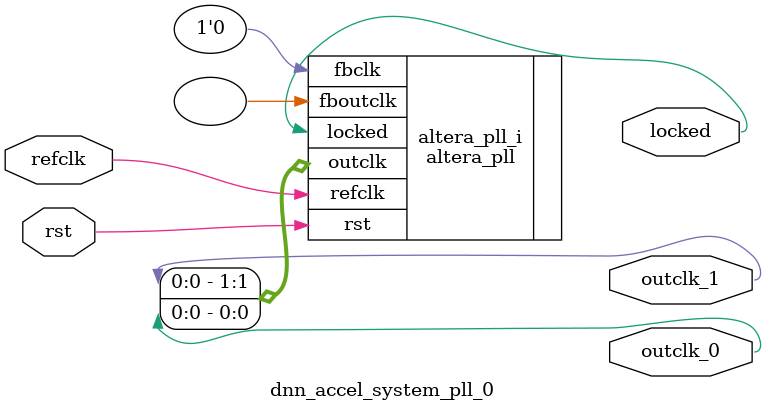
<source format=v>
`timescale 1ns/10ps
module  dnn_accel_system_pll_0(

	// interface 'refclk'
	input wire refclk,

	// interface 'reset'
	input wire rst,

	// interface 'outclk0'
	output wire outclk_0,

	// interface 'outclk1'
	output wire outclk_1,

	// interface 'locked'
	output wire locked
);

	altera_pll #(
		.fractional_vco_multiplier("false"),
		.reference_clock_frequency("50.0 MHz"),
		.operation_mode("direct"),
		.number_of_clocks(2),
		.output_clock_frequency0("50.000000 MHz"),
		.phase_shift0("0 ps"),
		.duty_cycle0(50),
		.output_clock_frequency1("50.000000 MHz"),
		.phase_shift1("0 ps"),
		.duty_cycle1(50),
		.output_clock_frequency2("0 MHz"),
		.phase_shift2("0 ps"),
		.duty_cycle2(50),
		.output_clock_frequency3("0 MHz"),
		.phase_shift3("0 ps"),
		.duty_cycle3(50),
		.output_clock_frequency4("0 MHz"),
		.phase_shift4("0 ps"),
		.duty_cycle4(50),
		.output_clock_frequency5("0 MHz"),
		.phase_shift5("0 ps"),
		.duty_cycle5(50),
		.output_clock_frequency6("0 MHz"),
		.phase_shift6("0 ps"),
		.duty_cycle6(50),
		.output_clock_frequency7("0 MHz"),
		.phase_shift7("0 ps"),
		.duty_cycle7(50),
		.output_clock_frequency8("0 MHz"),
		.phase_shift8("0 ps"),
		.duty_cycle8(50),
		.output_clock_frequency9("0 MHz"),
		.phase_shift9("0 ps"),
		.duty_cycle9(50),
		.output_clock_frequency10("0 MHz"),
		.phase_shift10("0 ps"),
		.duty_cycle10(50),
		.output_clock_frequency11("0 MHz"),
		.phase_shift11("0 ps"),
		.duty_cycle11(50),
		.output_clock_frequency12("0 MHz"),
		.phase_shift12("0 ps"),
		.duty_cycle12(50),
		.output_clock_frequency13("0 MHz"),
		.phase_shift13("0 ps"),
		.duty_cycle13(50),
		.output_clock_frequency14("0 MHz"),
		.phase_shift14("0 ps"),
		.duty_cycle14(50),
		.output_clock_frequency15("0 MHz"),
		.phase_shift15("0 ps"),
		.duty_cycle15(50),
		.output_clock_frequency16("0 MHz"),
		.phase_shift16("0 ps"),
		.duty_cycle16(50),
		.output_clock_frequency17("0 MHz"),
		.phase_shift17("0 ps"),
		.duty_cycle17(50),
		.pll_type("General"),
		.pll_subtype("General")
	) altera_pll_i (
		.rst	(rst),
		.outclk	({outclk_1, outclk_0}),
		.locked	(locked),
		.fboutclk	( ),
		.fbclk	(1'b0),
		.refclk	(refclk)
	);
endmodule


</source>
